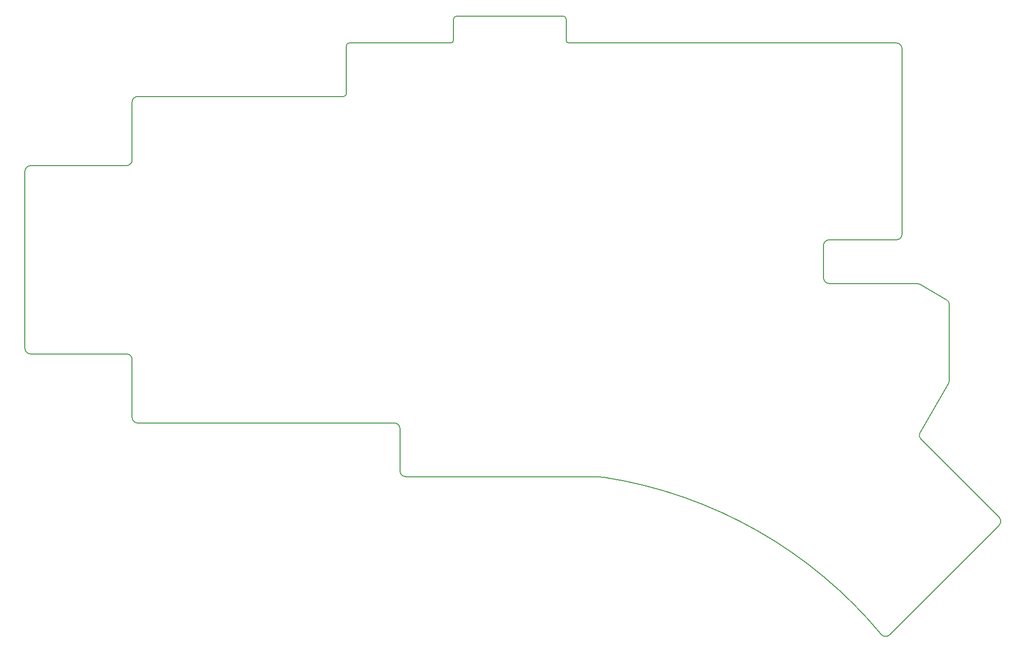
<source format=gm1>
G04 #@! TF.GenerationSoftware,KiCad,Pcbnew,(5.1.10)-1*
G04 #@! TF.CreationDate,2021-10-25T12:42:06+03:00*
G04 #@! TF.ProjectId,bottom_plate,626f7474-6f6d-45f7-906c-6174652e6b69,rev?*
G04 #@! TF.SameCoordinates,Original*
G04 #@! TF.FileFunction,Profile,NP*
%FSLAX46Y46*%
G04 Gerber Fmt 4.6, Leading zero omitted, Abs format (unit mm)*
G04 Created by KiCad (PCBNEW (5.1.10)-1) date 2021-10-25 12:42:06*
%MOMM*%
%LPD*%
G01*
G04 APERTURE LIST*
G04 #@! TA.AperFunction,Profile*
%ADD10C,0.200000*%
G04 #@! TD*
G04 APERTURE END LIST*
D10*
X68994400Y-125806000D02*
X68994400Y-115512300D01*
X67994400Y-114512300D02*
G75*
G02*
X68994400Y-115512300I0J-1000000D01*
G01*
X50944350Y-114512299D02*
G75*
G02*
X49944351Y-113512300I0J999999D01*
G01*
X49944351Y-113512300D02*
X49944350Y-82012300D01*
X67994400Y-114512300D02*
X50944350Y-114512300D01*
X205855406Y-60182000D02*
X205855406Y-93211439D01*
X191900264Y-95211439D02*
G75*
G02*
X192900264Y-94211439I1000000J0D01*
G01*
X164893700Y-59182000D02*
X165693700Y-59182000D01*
X223114057Y-145008749D02*
X203638251Y-164481407D01*
X191900264Y-95211439D02*
X191900264Y-100970547D01*
X152818236Y-136453875D02*
G75*
G02*
X202197044Y-164453222I-12191839J-79042325D01*
G01*
X165693700Y-59182000D02*
X182782100Y-59182000D01*
X203638249Y-164481408D02*
G75*
G02*
X202197044Y-164453222I-707048J707164D01*
G01*
X214269672Y-105741874D02*
X214269672Y-119182582D01*
X192900264Y-101970547D02*
X208469220Y-101970547D01*
X192900264Y-101970547D02*
G75*
G02*
X191900264Y-100970547I0J1000000D01*
G01*
X204294700Y-59182000D02*
X204855406Y-59182000D01*
X205855406Y-93211439D02*
G75*
G02*
X204855406Y-94211439I-1000000J0D01*
G01*
X151293819Y-136337000D02*
X117619400Y-136337000D01*
X151293819Y-136337000D02*
G75*
G02*
X152818236Y-136453875I0J-10000000D01*
G01*
X223114157Y-143594533D02*
G75*
G02*
X223114057Y-145008749I-707144J-707058D01*
G01*
X213769643Y-104875832D02*
G75*
G02*
X214269672Y-105741874I-499971J-866042D01*
G01*
X209213094Y-129691784D02*
X223114157Y-143594533D01*
X208469220Y-101970547D02*
G75*
G02*
X208969191Y-102104505I0J-1000000D01*
G01*
X214135716Y-119682549D02*
X209054199Y-128484752D01*
X208969191Y-102104505D02*
X213769643Y-104875832D01*
X204855406Y-59182000D02*
G75*
G02*
X205855406Y-60182000I0J-1000000D01*
G01*
X69994400Y-126806000D02*
G75*
G02*
X68994400Y-125806000I0J1000000D01*
G01*
X115619400Y-126806000D02*
X69994400Y-126806000D01*
X115619400Y-126806000D02*
G75*
G02*
X116619400Y-127806000I0J-1000000D01*
G01*
X117619400Y-136337000D02*
G75*
G02*
X116619400Y-135337000I0J1000000D01*
G01*
X209213093Y-129691784D02*
G75*
G02*
X209054199Y-128484752I707150J707064D01*
G01*
X214269672Y-119182581D02*
G75*
G02*
X214135716Y-119682549I-1000000J-1D01*
G01*
X182782100Y-59182000D02*
X204294700Y-59182000D01*
X204855406Y-94211439D02*
X192900264Y-94211439D01*
X116619400Y-135337000D02*
X116619400Y-127806000D01*
X107094399Y-59682001D02*
G75*
G02*
X107594400Y-59182000I500001J0D01*
G01*
X68994400Y-80012300D02*
X68994400Y-69706700D01*
X50944349Y-81012300D02*
X67994400Y-81012300D01*
X49944349Y-82012300D02*
G75*
G02*
X50944349Y-81012300I1000000J0D01*
G01*
X145643700Y-54419001D02*
G75*
G02*
X146143700Y-54919001I0J-500000D01*
G01*
X126144400Y-54919000D02*
G75*
G02*
X126644400Y-54419000I500000J0D01*
G01*
X126144400Y-58682000D02*
X126144400Y-54919000D01*
X69994399Y-68706700D02*
X75289099Y-68706700D01*
X68994400Y-80012300D02*
G75*
G02*
X67994400Y-81012300I-1000000J0D01*
G01*
X107094400Y-68206700D02*
G75*
G02*
X106594400Y-68706700I-500000J0D01*
G01*
X146643699Y-59182000D02*
X164893700Y-59182000D01*
X107094400Y-68206700D02*
X107094400Y-59682001D01*
X146643699Y-59182000D02*
G75*
G02*
X146143700Y-58682001I0J499999D01*
G01*
X146143700Y-54919001D02*
X146143700Y-58682001D01*
X126644400Y-54419000D02*
X145643699Y-54419000D01*
X68994399Y-69706700D02*
G75*
G02*
X69994399Y-68706700I1000000J0D01*
G01*
X75289099Y-68706700D02*
X106594400Y-68706700D01*
X126144399Y-58682000D02*
G75*
G02*
X125644399Y-59182000I-500000J0D01*
G01*
X107594400Y-59182000D02*
X125644399Y-59182000D01*
M02*

</source>
